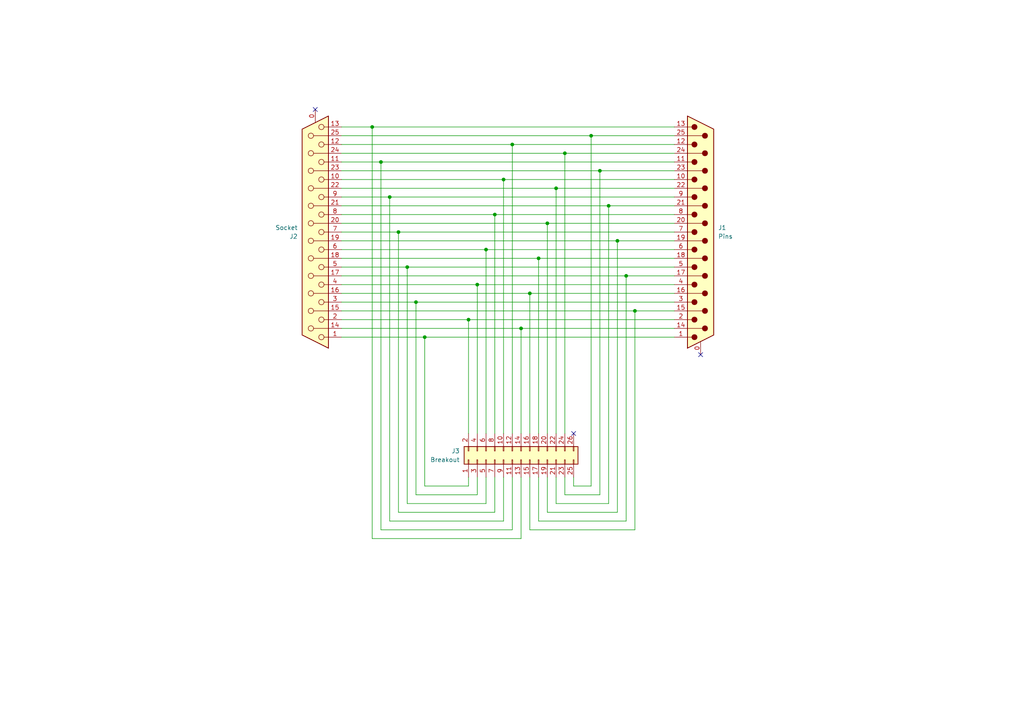
<source format=kicad_sch>
(kicad_sch (version 20250114) (generator "eeschema") (generator_version "9.0")
  (paper "A4")
  (lib_symbols
    (symbol "Connector:DB25_Pins_MountingHoles" (pin_names (offset 1.016) (hide yes))
      (property "Reference" "J" (at 0 36.83 0))
      (property "Value" "DB25_Pins_MountingHoles" (at 0 34.925 0))
      (symbol "DB25_Pins_MountingHoles_0_1"
        (polyline (pts (xy -3.81 30.48) (xy -2.54 30.48)))
        (polyline (pts (xy -3.81 27.94) (xy 0.508 27.94)))
        (polyline (pts (xy -3.81 25.4) (xy -2.54 25.4)))
        (polyline (pts (xy -3.81 22.86) (xy 0.508 22.86)))
        (polyline (pts (xy -3.81 20.32) (xy -2.54 20.32)))
        (polyline (pts (xy -3.81 17.78) (xy 0.508 17.78)))
        (polyline (pts (xy -3.81 15.24) (xy -2.54 15.24)))
        (polyline (pts (xy -3.81 12.7) (xy 0.508 12.7)))
        (polyline (pts (xy -3.81 10.16) (xy -2.54 10.16)))
        (polyline (pts (xy -3.81 7.62) (xy 0.508 7.62)))
        (polyline (pts (xy -3.81 5.08) (xy -2.54 5.08)))
        (polyline (pts (xy -3.81 2.54) (xy 0.508 2.54)))
        (polyline (pts (xy -3.81 0) (xy -2.54 0)))
        (polyline (pts (xy -3.81 -2.54) (xy 0.508 -2.54)))
        (polyline (pts (xy -3.81 -5.08) (xy -2.54 -5.08)))
        (polyline (pts (xy -3.81 -7.62) (xy 0.508 -7.62)))
        (polyline (pts (xy -3.81 -10.16) (xy -2.54 -10.16)))
        (polyline (pts (xy -3.81 -12.7) (xy 0.508 -12.7)))
        (polyline (pts (xy -3.81 -15.24) (xy -2.54 -15.24)))
        (polyline (pts (xy -3.81 -17.78) (xy 0.508 -17.78)))
        (polyline (pts (xy -3.81 -20.32) (xy -2.54 -20.32)))
        (polyline (pts (xy -3.81 -22.86) (xy 0.508 -22.86)))
        (polyline (pts (xy -3.81 -25.4) (xy -2.54 -25.4)))
        (polyline (pts (xy -3.81 -27.94) (xy 0.508 -27.94)))
        (polyline (pts (xy -3.81 -30.48) (xy -2.54 -30.48)))
        (polyline (pts (xy -3.81 -33.655) (xy 3.81 -29.845) (xy 3.81 29.845) (xy -3.81 33.655) (xy -3.81 -33.655)) (stroke (width 0.254)) (fill (type background)))
        (circle (center -1.778 30.48) (radius 0.762) (fill (type outline)))
        (circle (center -1.778 25.4) (radius 0.762) (fill (type outline)))
        (circle (center -1.778 20.32) (radius 0.762) (fill (type outline)))
        (circle (center -1.778 15.24) (radius 0.762) (fill (type outline)))
        (circle (center -1.778 10.16) (radius 0.762) (fill (type outline)))
        (circle (center -1.778 5.08) (radius 0.762) (fill (type outline)))
        (circle (center -1.778 0) (radius 0.762) (fill (type outline)))
        (circle (center -1.778 -5.08) (radius 0.762) (fill (type outline)))
        (circle (center -1.778 -10.16) (radius 0.762) (fill (type outline)))
        (circle (center -1.778 -15.24) (radius 0.762) (fill (type outline)))
        (circle (center -1.778 -20.32) (radius 0.762) (fill (type outline)))
        (circle (center -1.778 -25.4) (radius 0.762) (fill (type outline)))
        (circle (center -1.778 -30.48) (radius 0.762) (fill (type outline)))
        (circle (center 1.27 27.94) (radius 0.762) (fill (type outline)))
        (circle (center 1.27 22.86) (radius 0.762) (fill (type outline)))
        (circle (center 1.27 17.78) (radius 0.762) (fill (type outline)))
        (circle (center 1.27 12.7) (radius 0.762) (fill (type outline)))
        (circle (center 1.27 7.62) (radius 0.762) (fill (type outline)))
        (circle (center 1.27 2.54) (radius 0.762) (fill (type outline)))
        (circle (center 1.27 -2.54) (radius 0.762) (fill (type outline)))
        (circle (center 1.27 -7.62) (radius 0.762) (fill (type outline)))
        (circle (center 1.27 -12.7) (radius 0.762) (fill (type outline)))
        (circle (center 1.27 -17.78) (radius 0.762) (fill (type outline)))
        (circle (center 1.27 -22.86) (radius 0.762) (fill (type outline)))
        (circle (center 1.27 -27.94) (radius 0.762) (fill (type outline)))
      )
      (symbol "DB25_Pins_MountingHoles_1_1"
        (pin passive line (at -7.62 30.48 0) (length 3.81) (name "13") (number "13"))
        (pin passive line (at -7.62 27.94 0) (length 3.81) (name "P25") (number "25"))
        (pin passive line (at -7.62 25.4 0) (length 3.81) (name "12") (number "12"))
        (pin passive line (at -7.62 22.86 0) (length 3.81) (name "P24") (number "24"))
        (pin passive line (at -7.62 20.32 0) (length 3.81) (name "11") (number "11"))
        (pin passive line (at -7.62 17.78 0) (length 3.81) (name "P23") (number "23"))
        (pin passive line (at -7.62 15.24 0) (length 3.81) (name "10") (number "10"))
        (pin passive line (at -7.62 12.7 0) (length 3.81) (name "P22") (number "22"))
        (pin passive line (at -7.62 10.16 0) (length 3.81) (name "9") (number "9"))
        (pin passive line (at -7.62 7.62 0) (length 3.81) (name "P21") (number "21"))
        (pin passive line (at -7.62 5.08 0) (length 3.81) (name "8") (number "8"))
        (pin passive line (at -7.62 2.54 0) (length 3.81) (name "P20") (number "20"))
        (pin passive line (at -7.62 0 0) (length 3.81) (name "7") (number "7"))
        (pin passive line (at -7.62 -2.54 0) (length 3.81) (name "P19") (number "19"))
        (pin passive line (at -7.62 -5.08 0) (length 3.81) (name "6") (number "6"))
        (pin passive line (at -7.62 -7.62 0) (length 3.81) (name "P18") (number "18"))
        (pin passive line (at -7.62 -10.16 0) (length 3.81) (name "5") (number "5"))
        (pin passive line (at -7.62 -12.7 0) (length 3.81) (name "P17") (number "17"))
        (pin passive line (at -7.62 -15.24 0) (length 3.81) (name "4") (number "4"))
        (pin passive line (at -7.62 -17.78 0) (length 3.81) (name "P16") (number "16"))
        (pin passive line (at -7.62 -20.32 0) (length 3.81) (name "3") (number "3"))
        (pin passive line (at -7.62 -22.86 0) (length 3.81) (name "P15") (number "15"))
        (pin passive line (at -7.62 -25.4 0) (length 3.81) (name "2") (number "2"))
        (pin passive line (at -7.62 -27.94 0) (length 3.81) (name "P14") (number "14"))
        (pin passive line (at -7.62 -30.48 0) (length 3.81) (name "1") (number "1"))
        (pin passive line (at 0 -35.56 90) (length 3.81) (name "PAD") (number "0"))
      )
    )
    (symbol "Connector:DB25_Socket_MountingHoles" (pin_names (offset 1.016) (hide yes))
      (property "Reference" "J" (at 0 36.83 0))
      (property "Value" "DB25_Socket_MountingHoles" (at 0 34.925 0))
      (symbol "DB25_Socket_MountingHoles_0_1"
        (polyline (pts (xy -3.81 33.655) (xy 3.81 29.845) (xy 3.81 -29.845) (xy -3.81 -33.655) (xy -3.81 33.655)) (stroke (width 0.254)) (fill (type background)))
        (polyline (pts (xy -3.81 30.48) (xy -2.54 30.48)))
        (polyline (pts (xy -3.81 27.94) (xy 0.508 27.94)))
        (polyline (pts (xy -3.81 25.4) (xy -2.54 25.4)))
        (polyline (pts (xy -3.81 22.86) (xy 0.508 22.86)))
        (polyline (pts (xy -3.81 20.32) (xy -2.54 20.32)))
        (polyline (pts (xy -3.81 17.78) (xy 0.508 17.78)))
        (polyline (pts (xy -3.81 15.24) (xy -2.54 15.24)))
        (polyline (pts (xy -3.81 12.7) (xy 0.508 12.7)))
        (polyline (pts (xy -3.81 10.16) (xy -2.54 10.16)))
        (polyline (pts (xy -3.81 7.62) (xy 0.508 7.62)))
        (polyline (pts (xy -3.81 5.08) (xy -2.54 5.08)))
        (polyline (pts (xy -3.81 2.54) (xy 0.508 2.54)))
        (polyline (pts (xy -3.81 0) (xy -2.54 0)))
        (polyline (pts (xy -3.81 -2.54) (xy 0.508 -2.54)))
        (polyline (pts (xy -3.81 -5.08) (xy -2.54 -5.08)))
        (polyline (pts (xy -3.81 -7.62) (xy 0.508 -7.62)))
        (polyline (pts (xy -3.81 -10.16) (xy -2.54 -10.16)))
        (polyline (pts (xy -3.81 -12.7) (xy 0.508 -12.7)))
        (polyline (pts (xy -3.81 -15.24) (xy -2.54 -15.24)))
        (polyline (pts (xy -3.81 -17.78) (xy 0.508 -17.78)))
        (polyline (pts (xy -3.81 -20.32) (xy -2.54 -20.32)))
        (polyline (pts (xy -3.81 -22.86) (xy 0.508 -22.86)))
        (polyline (pts (xy -3.81 -25.4) (xy -2.54 -25.4)))
        (polyline (pts (xy -3.81 -27.94) (xy 0.508 -27.94)))
        (polyline (pts (xy -3.81 -30.48) (xy -2.54 -30.48)))
        (circle (center -1.778 30.48) (radius 0.762))
        (circle (center -1.778 25.4) (radius 0.762))
        (circle (center -1.778 20.32) (radius 0.762))
        (circle (center -1.778 15.24) (radius 0.762))
        (circle (center -1.778 10.16) (radius 0.762))
        (circle (center -1.778 5.08) (radius 0.762))
        (circle (center -1.778 0) (radius 0.762))
        (circle (center -1.778 -5.08) (radius 0.762))
        (circle (center -1.778 -10.16) (radius 0.762))
        (circle (center -1.778 -15.24) (radius 0.762))
        (circle (center -1.778 -20.32) (radius 0.762))
        (circle (center -1.778 -25.4) (radius 0.762))
        (circle (center -1.778 -30.48) (radius 0.762))
        (circle (center 1.27 27.94) (radius 0.762))
        (circle (center 1.27 22.86) (radius 0.762))
        (circle (center 1.27 17.78) (radius 0.762))
        (circle (center 1.27 12.7) (radius 0.762))
        (circle (center 1.27 7.62) (radius 0.762))
        (circle (center 1.27 2.54) (radius 0.762))
        (circle (center 1.27 -2.54) (radius 0.762))
        (circle (center 1.27 -7.62) (radius 0.762))
        (circle (center 1.27 -12.7) (radius 0.762))
        (circle (center 1.27 -17.78) (radius 0.762))
        (circle (center 1.27 -22.86) (radius 0.762))
        (circle (center 1.27 -27.94) (radius 0.762))
      )
      (symbol "DB25_Socket_MountingHoles_1_1"
        (pin passive line (at -7.62 30.48 0) (length 3.81) (name "1") (number "1"))
        (pin passive line (at -7.62 27.94 0) (length 3.81) (name "P14") (number "14"))
        (pin passive line (at -7.62 25.4 0) (length 3.81) (name "2") (number "2"))
        (pin passive line (at -7.62 22.86 0) (length 3.81) (name "P15") (number "15"))
        (pin passive line (at -7.62 20.32 0) (length 3.81) (name "3") (number "3"))
        (pin passive line (at -7.62 17.78 0) (length 3.81) (name "P16") (number "16"))
        (pin passive line (at -7.62 15.24 0) (length 3.81) (name "4") (number "4"))
        (pin passive line (at -7.62 12.7 0) (length 3.81) (name "P17") (number "17"))
        (pin passive line (at -7.62 10.16 0) (length 3.81) (name "5") (number "5"))
        (pin passive line (at -7.62 7.62 0) (length 3.81) (name "P18") (number "18"))
        (pin passive line (at -7.62 5.08 0) (length 3.81) (name "6") (number "6"))
        (pin passive line (at -7.62 2.54 0) (length 3.81) (name "P19") (number "19"))
        (pin passive line (at -7.62 0 0) (length 3.81) (name "7") (number "7"))
        (pin passive line (at -7.62 -2.54 0) (length 3.81) (name "P20") (number "20"))
        (pin passive line (at -7.62 -5.08 0) (length 3.81) (name "8") (number "8"))
        (pin passive line (at -7.62 -7.62 0) (length 3.81) (name "P21") (number "21"))
        (pin passive line (at -7.62 -10.16 0) (length 3.81) (name "9") (number "9"))
        (pin passive line (at -7.62 -12.7 0) (length 3.81) (name "P22") (number "22"))
        (pin passive line (at -7.62 -15.24 0) (length 3.81) (name "10") (number "10"))
        (pin passive line (at -7.62 -17.78 0) (length 3.81) (name "P23") (number "23"))
        (pin passive line (at -7.62 -20.32 0) (length 3.81) (name "11") (number "11"))
        (pin passive line (at -7.62 -22.86 0) (length 3.81) (name "P24") (number "24"))
        (pin passive line (at -7.62 -25.4 0) (length 3.81) (name "12") (number "12"))
        (pin passive line (at -7.62 -27.94 0) (length 3.81) (name "P25") (number "25"))
        (pin passive line (at -7.62 -30.48 0) (length 3.81) (name "13") (number "13"))
        (pin passive line (at 0 -35.56 90) (length 3.81) (name "PAD") (number "0"))
      )
    )
    (symbol "Connector_Generic:Conn_02x13_Odd_Even" (pin_names (offset 1.016) (hide yes))
      (property "Reference" "J" (at 1.27 17.78 0))
      (property "Value" "Conn_02x13_Odd_Even" (at 1.27 -17.78 0))
      (symbol "Conn_02x13_Odd_Even_1_1"
        (rectangle (start -1.27 16.51) (end 3.81 -16.51) (stroke (width 0.254)) (fill (type background)))
        (rectangle (start -1.27 15.367) (end 0 15.113) (stroke (width 0.1524)))
        (rectangle (start -1.27 12.827) (end 0 12.573) (stroke (width 0.1524)))
        (rectangle (start -1.27 10.287) (end 0 10.033) (stroke (width 0.1524)))
        (rectangle (start -1.27 7.747) (end 0 7.493) (stroke (width 0.1524)))
        (rectangle (start -1.27 5.207) (end 0 4.953) (stroke (width 0.1524)))
        (rectangle (start -1.27 2.667) (end 0 2.413) (stroke (width 0.1524)))
        (rectangle (start -1.27 0.127) (end 0 -0.127) (stroke (width 0.1524)))
        (rectangle (start -1.27 -2.413) (end 0 -2.667) (stroke (width 0.1524)))
        (rectangle (start -1.27 -4.953) (end 0 -5.207) (stroke (width 0.1524)))
        (rectangle (start -1.27 -7.493) (end 0 -7.747) (stroke (width 0.1524)))
        (rectangle (start -1.27 -10.033) (end 0 -10.287) (stroke (width 0.1524)))
        (rectangle (start -1.27 -12.573) (end 0 -12.827) (stroke (width 0.1524)))
        (rectangle (start -1.27 -15.113) (end 0 -15.367) (stroke (width 0.1524)))
        (rectangle (start 3.81 15.367) (end 2.54 15.113) (stroke (width 0.1524)))
        (rectangle (start 3.81 12.827) (end 2.54 12.573) (stroke (width 0.1524)))
        (rectangle (start 3.81 10.287) (end 2.54 10.033) (stroke (width 0.1524)))
        (rectangle (start 3.81 7.747) (end 2.54 7.493) (stroke (width 0.1524)))
        (rectangle (start 3.81 5.207) (end 2.54 4.953) (stroke (width 0.1524)))
        (rectangle (start 3.81 2.667) (end 2.54 2.413) (stroke (width 0.1524)))
        (rectangle (start 3.81 0.127) (end 2.54 -0.127) (stroke (width 0.1524)))
        (rectangle (start 3.81 -2.413) (end 2.54 -2.667) (stroke (width 0.1524)))
        (rectangle (start 3.81 -4.953) (end 2.54 -5.207) (stroke (width 0.1524)))
        (rectangle (start 3.81 -7.493) (end 2.54 -7.747) (stroke (width 0.1524)))
        (rectangle (start 3.81 -10.033) (end 2.54 -10.287) (stroke (width 0.1524)))
        (rectangle (start 3.81 -12.573) (end 2.54 -12.827) (stroke (width 0.1524)))
        (rectangle (start 3.81 -15.113) (end 2.54 -15.367) (stroke (width 0.1524)))
        (pin passive line (at -5.08 15.24 0) (length 3.81) (name "Pin_1") (number "1"))
        (pin passive line (at -5.08 12.7 0) (length 3.81) (name "Pin_3") (number "3"))
        (pin passive line (at -5.08 10.16 0) (length 3.81) (name "Pin_5") (number "5"))
        (pin passive line (at -5.08 7.62 0) (length 3.81) (name "Pin_7") (number "7"))
        (pin passive line (at -5.08 5.08 0) (length 3.81) (name "Pin_9") (number "9"))
        (pin passive line (at -5.08 2.54 0) (length 3.81) (name "Pin_11") (number "11"))
        (pin passive line (at -5.08 0 0) (length 3.81) (name "Pin_13") (number "13"))
        (pin passive line (at -5.08 -2.54 0) (length 3.81) (name "Pin_15") (number "15"))
        (pin passive line (at -5.08 -5.08 0) (length 3.81) (name "Pin_17") (number "17"))
        (pin passive line (at -5.08 -7.62 0) (length 3.81) (name "Pin_19") (number "19"))
        (pin passive line (at -5.08 -10.16 0) (length 3.81) (name "Pin_21") (number "21"))
        (pin passive line (at -5.08 -12.7 0) (length 3.81) (name "Pin_23") (number "23"))
        (pin passive line (at -5.08 -15.24 0) (length 3.81) (name "Pin_25") (number "25"))
        (pin passive line (at 7.62 15.24 180) (length 3.81) (name "Pin_2") (number "2"))
        (pin passive line (at 7.62 12.7 180) (length 3.81) (name "Pin_4") (number "4"))
        (pin passive line (at 7.62 10.16 180) (length 3.81) (name "Pin_6") (number "6"))
        (pin passive line (at 7.62 7.62 180) (length 3.81) (name "Pin_8") (number "8"))
        (pin passive line (at 7.62 5.08 180) (length 3.81) (name "Pin_10") (number "10"))
        (pin passive line (at 7.62 2.54 180) (length 3.81) (name "Pin_12") (number "12"))
        (pin passive line (at 7.62 0 180) (length 3.81) (name "Pin_14") (number "14"))
        (pin passive line (at 7.62 -2.54 180) (length 3.81) (name "Pin_16") (number "16"))
        (pin passive line (at 7.62 -5.08 180) (length 3.81) (name "Pin_18") (number "18"))
        (pin passive line (at 7.62 -7.62 180) (length 3.81) (name "Pin_20") (number "20"))
        (pin passive line (at 7.62 -10.16 180) (length 3.81) (name "Pin_22") (number "22"))
        (pin passive line (at 7.62 -12.7 180) (length 3.81) (name "Pin_24") (number "24"))
        (pin passive line (at 7.62 -15.24 180) (length 3.81) (name "Pin_26") (number "26"))
      )
    )
  )
  (junction (at 146.05 52.07))
  (junction (at 123.19 97.79))
  (junction (at 153.67 85.09))
  (junction (at 161.29 54.61))
  (junction (at 173.99 49.53))
  (junction (at 163.83 44.45))
  (junction (at 140.97 72.39))
  (junction (at 148.59 41.91))
  (junction (at 176.53 59.69))
  (junction (at 113.03 57.15))
  (junction (at 179.07 69.85))
  (junction (at 171.45 39.37))
  (junction (at 181.61 80.01))
  (junction (at 107.95 36.83))
  (junction (at 143.51 62.23))
  (junction (at 120.65 87.63))
  (junction (at 184.15 90.17))
  (junction (at 156.21 74.93))
  (junction (at 110.49 46.99))
  (junction (at 138.43 82.55))
  (junction (at 158.75 64.77))
  (junction (at 151.13 95.25))
  (junction (at 118.11 77.47))
  (junction (at 135.89 92.71))
  (junction (at 115.57 67.31))
  (no_connect (at 91.44 31.75))
  (no_connect (at 203.2 102.87))
  (no_connect (at 166.37 125.73))
  (wire (pts (xy 153.67 85.09) (xy 153.67 125.73)))
  (wire (pts (xy 99.06 72.39) (xy 140.97 72.39)))
  (wire (pts (xy 120.65 87.63) (xy 120.65 143.51)))
  (wire (pts (xy 153.67 85.09) (xy 195.58 85.09)))
  (wire (pts (xy 110.49 153.67) (xy 148.59 153.67)))
  (wire (pts (xy 99.06 85.09) (xy 153.67 85.09)))
  (wire (pts (xy 148.59 138.43) (xy 148.59 153.67)))
  (wire (pts (xy 99.06 69.85) (xy 179.07 69.85)))
  (wire (pts (xy 99.06 39.37) (xy 171.45 39.37)))
  (wire (pts (xy 179.07 69.85) (xy 195.58 69.85)))
  (wire (pts (xy 135.89 138.43) (xy 135.89 140.97)))
  (wire (pts (xy 118.11 77.47) (xy 118.11 146.05)))
  (wire (pts (xy 107.95 36.83) (xy 195.58 36.83)))
  (wire (pts (xy 99.06 44.45) (xy 163.83 44.45)))
  (wire (pts (xy 138.43 82.55) (xy 195.58 82.55)))
  (wire (pts (xy 179.07 148.59) (xy 179.07 69.85)))
  (wire (pts (xy 107.95 156.21) (xy 151.13 156.21)))
  (wire (pts (xy 110.49 153.67) (xy 110.49 46.99)))
  (wire (pts (xy 166.37 140.97) (xy 171.45 140.97)))
  (wire (pts (xy 158.75 148.59) (xy 158.75 138.43)))
  (wire (pts (xy 146.05 52.07) (xy 146.05 125.73)))
  (wire (pts (xy 110.49 46.99) (xy 195.58 46.99)))
  (wire (pts (xy 143.51 62.23) (xy 143.51 125.73)))
  (wire (pts (xy 113.03 57.15) (xy 195.58 57.15)))
  (wire (pts (xy 151.13 138.43) (xy 151.13 156.21)))
  (wire (pts (xy 158.75 64.77) (xy 195.58 64.77)))
  (wire (pts (xy 166.37 138.43) (xy 166.37 140.97)))
  (wire (pts (xy 146.05 138.43) (xy 146.05 151.13)))
  (wire (pts (xy 181.61 80.01) (xy 195.58 80.01)))
  (wire (pts (xy 140.97 146.05) (xy 118.11 146.05)))
  (wire (pts (xy 158.75 148.59) (xy 179.07 148.59)))
  (wire (pts (xy 99.06 90.17) (xy 184.15 90.17)))
  (wire (pts (xy 143.51 62.23) (xy 195.58 62.23)))
  (wire (pts (xy 143.51 138.43) (xy 143.51 148.59)))
  (wire (pts (xy 99.06 92.71) (xy 135.89 92.71)))
  (wire (pts (xy 113.03 151.13) (xy 146.05 151.13)))
  (wire (pts (xy 163.83 138.43) (xy 163.83 143.51)))
  (wire (pts (xy 156.21 151.13) (xy 181.61 151.13)))
  (wire (pts (xy 156.21 74.93) (xy 195.58 74.93)))
  (wire (pts (xy 148.59 41.91) (xy 195.58 41.91)))
  (wire (pts (xy 161.29 138.43) (xy 161.29 146.05)))
  (wire (pts (xy 99.06 54.61) (xy 161.29 54.61)))
  (wire (pts (xy 115.57 148.59) (xy 143.51 148.59)))
  (wire (pts (xy 135.89 140.97) (xy 123.19 140.97)))
  (wire (pts (xy 163.83 44.45) (xy 195.58 44.45)))
  (wire (pts (xy 99.06 52.07) (xy 146.05 52.07)))
  (wire (pts (xy 176.53 146.05) (xy 176.53 59.69)))
  (wire (pts (xy 99.06 57.15) (xy 113.03 57.15)))
  (wire (pts (xy 99.06 82.55) (xy 138.43 82.55)))
  (wire (pts (xy 99.06 80.01) (xy 181.61 80.01)))
  (wire (pts (xy 146.05 52.07) (xy 195.58 52.07)))
  (wire (pts (xy 181.61 151.13) (xy 181.61 80.01)))
  (wire (pts (xy 171.45 140.97) (xy 171.45 39.37)))
  (wire (pts (xy 113.03 57.15) (xy 113.03 151.13)))
  (wire (pts (xy 120.65 87.63) (xy 195.58 87.63)))
  (wire (pts (xy 99.06 77.47) (xy 118.11 77.47)))
  (wire (pts (xy 99.06 36.83) (xy 107.95 36.83)))
  (wire (pts (xy 153.67 153.67) (xy 184.15 153.67)))
  (wire (pts (xy 161.29 54.61) (xy 195.58 54.61)))
  (wire (pts (xy 107.95 156.21) (xy 107.95 36.83)))
  (wire (pts (xy 99.06 64.77) (xy 158.75 64.77)))
  (wire (pts (xy 99.06 46.99) (xy 110.49 46.99)))
  (wire (pts (xy 99.06 41.91) (xy 148.59 41.91)))
  (wire (pts (xy 99.06 67.31) (xy 115.57 67.31)))
  (wire (pts (xy 138.43 82.55) (xy 138.43 125.73)))
  (wire (pts (xy 148.59 41.91) (xy 148.59 125.73)))
  (wire (pts (xy 118.11 77.47) (xy 195.58 77.47)))
  (wire (pts (xy 184.15 90.17) (xy 195.58 90.17)))
  (wire (pts (xy 99.06 95.25) (xy 151.13 95.25)))
  (wire (pts (xy 171.45 39.37) (xy 195.58 39.37)))
  (wire (pts (xy 173.99 49.53) (xy 195.58 49.53)))
  (wire (pts (xy 176.53 59.69) (xy 195.58 59.69)))
  (wire (pts (xy 153.67 138.43) (xy 153.67 153.67)))
  (wire (pts (xy 99.06 74.93) (xy 156.21 74.93)))
  (wire (pts (xy 158.75 64.77) (xy 158.75 125.73)))
  (wire (pts (xy 99.06 87.63) (xy 120.65 87.63)))
  (wire (pts (xy 156.21 74.93) (xy 156.21 125.73)))
  (wire (pts (xy 138.43 138.43) (xy 138.43 143.51)))
  (wire (pts (xy 135.89 92.71) (xy 195.58 92.71)))
  (wire (pts (xy 151.13 95.25) (xy 195.58 95.25)))
  (wire (pts (xy 161.29 146.05) (xy 176.53 146.05)))
  (wire (pts (xy 151.13 95.25) (xy 151.13 125.73)))
  (wire (pts (xy 138.43 143.51) (xy 120.65 143.51)))
  (wire (pts (xy 140.97 138.43) (xy 140.97 146.05)))
  (wire (pts (xy 163.83 143.51) (xy 173.99 143.51)))
  (wire (pts (xy 99.06 97.79) (xy 123.19 97.79)))
  (wire (pts (xy 123.19 97.79) (xy 195.58 97.79)))
  (wire (pts (xy 184.15 153.67) (xy 184.15 90.17)))
  (wire (pts (xy 173.99 143.51) (xy 173.99 49.53)))
  (wire (pts (xy 135.89 92.71) (xy 135.89 125.73)))
  (wire (pts (xy 140.97 72.39) (xy 140.97 125.73)))
  (wire (pts (xy 123.19 97.79) (xy 123.19 140.97)))
  (wire (pts (xy 140.97 72.39) (xy 195.58 72.39)))
  (wire (pts (xy 99.06 59.69) (xy 176.53 59.69)))
  (wire (pts (xy 156.21 138.43) (xy 156.21 151.13)))
  (wire (pts (xy 115.57 67.31) (xy 195.58 67.31)))
  (wire (pts (xy 99.06 62.23) (xy 143.51 62.23)))
  (wire (pts (xy 115.57 148.59) (xy 115.57 67.31)))
  (wire (pts (xy 161.29 54.61) (xy 161.29 125.73)))
  (wire (pts (xy 163.83 44.45) (xy 163.83 125.73)))
  (wire (pts (xy 99.06 49.53) (xy 173.99 49.53)))
  (symbol (lib_id "Connector:DB25_Pins_MountingHoles") (at 203.2 67.31 0) (unit 1)
    (property "Reference" "J1" (at 208.28 66.0399 0) (effects (justify left)))
    (property "Value" "Pins" (at 208.28 68.5799 0) (effects (justify left)))
    (property "Footprint" "Connector_Dsub:DSUB-25_Pins_Horizontal_P2.77x2.84mm_EdgePinOffset7.70mm_Housed_MountingHolesOffset9.12mm" (effects (hide yes)))
    (property "Description" "25-pin D-SUB connector, pins (male), Mounting Hole" (effects (hide yes)))
  )
  (symbol (lib_id "Connector:DB25_Socket_MountingHoles") (at 91.44 67.31 180) (unit 1)
    (property "Reference" "J2" (at 86.36 68.5801 0) (effects (justify left)))
    (property "Value" "Socket" (at 86.36 66.0401 0) (effects (justify left)))
    (property "Footprint" "Connector_Dsub:DSUB-25_Socket_Horizontal_P2.77x2.84mm_EdgePinOffset7.70mm_Housed_MountingHolesOffset9.12mm" (effects (hide yes)))
    (property "Description" "25-pin D-SUB connector, socket (female), Mounting Hole" (effects (hide yes)))
  )
  (symbol (lib_id "Connector_Generic:Conn_02x13_Odd_Even") (at 151.13 133.35 90) (unit 1)
    (property "Reference" "J3" (at 133.35 130.8099 90) (effects (justify left)))
    (property "Value" "Breakout" (at 133.35 133.3499 90) (effects (justify left)))
    (property "Footprint" "Connector_PinHeader_2.54mm:PinHeader_2x13_P2.54mm_Vertical" (effects (hide yes)))
    (property "Description" "Generic connector, double row, 02x13, odd/even pin numbering scheme (row 1 odd numbers, row 2 even numbers), script generated (kicad-library-utils/schlib/autogen/connector/)" (effects (hide yes)))
  )
)
</source>
